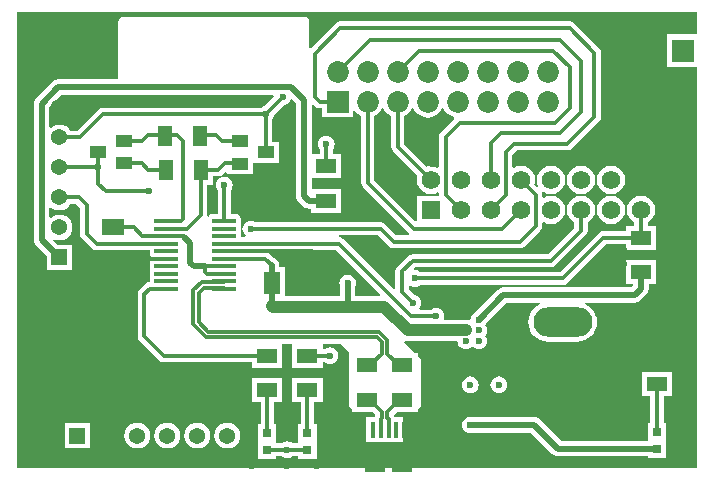
<source format=gtl>
G04*
G04 #@! TF.GenerationSoftware,Altium Limited,Altium Designer,20.1.12 (249)*
G04*
G04 Layer_Physical_Order=1*
G04 Layer_Color=255*
%FSLAX44Y44*%
%MOMM*%
G71*
G04*
G04 #@! TF.SameCoordinates,2C1882C9-CBDB-4859-8E7C-5A4850A28F2A*
G04*
G04*
G04 #@! TF.FilePolarity,Positive*
G04*
G01*
G75*
%ADD16R,1.4000X1.0000*%
%ADD17R,1.2300X1.7700*%
G04:AMPARAMS|DCode=18|XSize=1.97mm|YSize=0.41mm|CornerRadius=0.0205mm|HoleSize=0mm|Usage=FLASHONLY|Rotation=180.000|XOffset=0mm|YOffset=0mm|HoleType=Round|Shape=RoundedRectangle|*
%AMROUNDEDRECTD18*
21,1,1.9700,0.3690,0,0,180.0*
21,1,1.9290,0.4100,0,0,180.0*
1,1,0.0410,-0.9645,0.1845*
1,1,0.0410,0.9645,0.1845*
1,1,0.0410,0.9645,-0.1845*
1,1,0.0410,-0.9645,-0.1845*
%
%ADD18ROUNDEDRECTD18*%
%ADD19R,1.3700X1.9100*%
%ADD20R,1.9100X1.3700*%
%ADD21R,1.7700X1.2300*%
%ADD22R,0.4000X1.3500*%
%ADD23R,1.6000X1.4000*%
%ADD24R,2.3000X1.3000*%
%ADD25R,1.8000X1.9000*%
%ADD26R,0.7620X0.7620*%
%ADD51C,0.6000*%
%ADD52C,0.5000*%
%ADD53C,0.3000*%
%ADD54C,1.0000*%
%ADD55R,1.5700X1.5700*%
%ADD56C,1.5700*%
%ADD57C,1.3700*%
%ADD58R,1.3700X1.3700*%
%ADD59R,1.3700X1.3700*%
%ADD60O,2.2500X4.5000*%
%ADD61O,4.5000X2.2500*%
%ADD62O,5.0000X2.5000*%
%ADD63R,1.9500X1.9500*%
%ADD64C,1.9500*%
%ADD65C,1.8500*%
%ADD66R,1.8500X1.8500*%
G36*
X589879Y400879D02*
Y381750D01*
X564250D01*
Y354250D01*
X589879D01*
Y14121D01*
X14121D01*
X14121Y400879D01*
X589879Y400879D01*
D02*
G37*
%LPC*%
G36*
X517000Y270352D02*
X513907Y269945D01*
X511024Y268751D01*
X508549Y266852D01*
X506649Y264376D01*
X505455Y261493D01*
X505048Y258400D01*
X505455Y255306D01*
X506649Y252424D01*
X508549Y249949D01*
X511024Y248049D01*
X513907Y246855D01*
X517000Y246448D01*
X520093Y246855D01*
X522976Y248049D01*
X525452Y249949D01*
X527351Y252424D01*
X528545Y255306D01*
X528952Y258400D01*
X528545Y261493D01*
X527351Y264376D01*
X525452Y266852D01*
X522976Y268751D01*
X520093Y269945D01*
X517000Y270352D01*
D02*
G37*
G36*
X491600D02*
X488507Y269945D01*
X485624Y268751D01*
X483148Y266852D01*
X481249Y264376D01*
X480055Y261493D01*
X479648Y258400D01*
X480055Y255306D01*
X481249Y252424D01*
X483148Y249949D01*
X485624Y248049D01*
X488507Y246855D01*
X491600Y246448D01*
X494693Y246855D01*
X497576Y248049D01*
X500051Y249949D01*
X501951Y252424D01*
X503145Y255306D01*
X503552Y258400D01*
X503145Y261493D01*
X501951Y264376D01*
X500051Y266852D01*
X497576Y268751D01*
X494693Y269945D01*
X491600Y270352D01*
D02*
G37*
G36*
X257580Y396358D02*
X103910D01*
X102349Y396048D01*
X101026Y395164D01*
X100142Y393841D01*
X99832Y392280D01*
Y344026D01*
X99446Y343556D01*
X49000D01*
X47303Y343333D01*
X45722Y342678D01*
X44364Y341636D01*
X30364Y327636D01*
X29322Y326278D01*
X28667Y324697D01*
X28444Y323000D01*
Y207800D01*
X28667Y206103D01*
X29322Y204522D01*
X30364Y203164D01*
X39150Y194378D01*
Y181950D01*
X60850D01*
Y203650D01*
X48422D01*
X44862Y207210D01*
X45581Y208286D01*
X47168Y207629D01*
X50000Y207256D01*
X52832Y207629D01*
X55472Y208722D01*
X57738Y210462D01*
X59477Y212728D01*
X60571Y215368D01*
X60944Y218200D01*
X60571Y221032D01*
X59477Y223672D01*
X57738Y225938D01*
X55472Y227677D01*
X52832Y228771D01*
X50000Y229144D01*
X47168Y228771D01*
X44528Y227677D01*
X42826Y226371D01*
X41556Y226998D01*
Y234802D01*
X42826Y235429D01*
X44528Y234123D01*
X47168Y233029D01*
X50000Y232656D01*
X52832Y233029D01*
X55472Y234123D01*
X57738Y235862D01*
X59373Y237992D01*
X64077D01*
X67392Y234677D01*
Y213000D01*
X67819Y210854D01*
X69035Y209035D01*
X77510Y200560D01*
X79329Y199344D01*
X81475Y198917D01*
X126368D01*
Y196330D01*
X126694Y194689D01*
X127623Y193298D01*
X128776Y192528D01*
X128889Y191934D01*
Y191716D01*
X128776Y191122D01*
X127623Y190352D01*
X126694Y188961D01*
X126368Y187320D01*
Y183630D01*
X126632Y182300D01*
X126368Y180970D01*
Y177280D01*
X126632Y175950D01*
X126368Y174620D01*
Y172021D01*
X124279Y171606D01*
X122460Y170390D01*
X118035Y165965D01*
X116819Y164146D01*
X116392Y162000D01*
Y126000D01*
X116819Y123854D01*
X118035Y122035D01*
X134375Y105695D01*
X136194Y104479D01*
X138340Y104052D01*
X213150D01*
Y99510D01*
X238850D01*
X238850Y119810D01*
X240086Y119892D01*
X245914D01*
X247150Y119810D01*
X247150Y118622D01*
Y99510D01*
X272850D01*
Y104052D01*
X274809D01*
X275470Y103546D01*
X277173Y102840D01*
X279000Y102600D01*
X280827Y102840D01*
X282530Y103546D01*
X283992Y104668D01*
X285114Y106130D01*
X285820Y107833D01*
X286060Y109660D01*
X285820Y111487D01*
X285114Y113190D01*
X283992Y114652D01*
X282530Y115774D01*
X280827Y116480D01*
X279000Y116720D01*
X277173Y116480D01*
X275470Y115774D01*
X274809Y115268D01*
X272850D01*
X272850Y119810D01*
X274086Y119892D01*
X288108D01*
X295000Y113000D01*
Y67000D01*
X297590Y64410D01*
Y61900D01*
X315359D01*
X317582Y59677D01*
Y58608D01*
X317009Y57750D01*
X317007Y57740D01*
X309690D01*
Y36240D01*
X341190D01*
Y57740D01*
X333873D01*
X333871Y57750D01*
X333298Y58608D01*
Y59677D01*
X335521Y61900D01*
X353290D01*
Y64290D01*
X356000Y67000D01*
X356000Y107000D01*
X353290Y109710D01*
Y111520D01*
X351480D01*
X341784Y121216D01*
X342503Y122293D01*
X342651Y122232D01*
X345000Y121922D01*
X345000Y121922D01*
X386950D01*
X387180Y120173D01*
X387886Y118470D01*
X389008Y117008D01*
X390470Y115885D01*
X392173Y115180D01*
X394000Y114940D01*
X395827Y115180D01*
X397530Y115885D01*
X398992Y117008D01*
X400008D01*
X401470Y115885D01*
X403173Y115180D01*
X405000Y114940D01*
X406827Y115180D01*
X408530Y115885D01*
X409992Y117008D01*
X411115Y118470D01*
X411820Y120173D01*
X412060Y122000D01*
X411820Y123827D01*
X411115Y125530D01*
X410370Y126500D01*
X411115Y127470D01*
X411820Y129173D01*
X412060Y131000D01*
X411820Y132827D01*
X411115Y134530D01*
X410370Y135500D01*
X411115Y136470D01*
X411378Y137107D01*
X428716Y154444D01*
X456619D01*
X456886Y153174D01*
X454289Y151786D01*
X451776Y149724D01*
X449714Y147211D01*
X448182Y144345D01*
X447239Y141235D01*
X446920Y138000D01*
X447239Y134765D01*
X448182Y131655D01*
X449714Y128789D01*
X451776Y126276D01*
X454289Y124214D01*
X457155Y122682D01*
X460265Y121739D01*
X463500Y121420D01*
X488500D01*
X491735Y121739D01*
X494845Y122682D01*
X497711Y124214D01*
X500224Y126276D01*
X502286Y128789D01*
X503818Y131655D01*
X504761Y134765D01*
X505080Y138000D01*
X504761Y141235D01*
X503818Y144345D01*
X502286Y147211D01*
X500224Y149724D01*
X497711Y151786D01*
X495114Y153174D01*
X495381Y154444D01*
X537000D01*
X538697Y154667D01*
X540278Y155322D01*
X541636Y156364D01*
X547036Y161764D01*
X548078Y163122D01*
X548733Y164703D01*
X548956Y166400D01*
Y170199D01*
X555250D01*
Y190499D01*
X529550D01*
Y170199D01*
X535393D01*
X535657Y168929D01*
X534284Y167556D01*
X426000D01*
X424303Y167333D01*
X422722Y166678D01*
X421364Y165636D01*
X402107Y146378D01*
X401470Y146115D01*
X400008Y144992D01*
X398885Y143530D01*
X398180Y141827D01*
X398000Y140459D01*
X396842Y139565D01*
X396349Y139768D01*
X394000Y140078D01*
X376509D01*
X376025Y140803D01*
X375843Y141348D01*
X376060Y143000D01*
X375820Y144827D01*
X375115Y146530D01*
X373992Y147992D01*
X372530Y149115D01*
X370827Y149820D01*
X369000Y150060D01*
X367173Y149820D01*
X365470Y149115D01*
X364809Y148608D01*
X355357D01*
X354731Y149878D01*
X355418Y150773D01*
X356123Y152476D01*
X356364Y154303D01*
X356123Y156131D01*
X355418Y157833D01*
X354296Y159296D01*
X352834Y160418D01*
X351131Y161123D01*
X350305Y161232D01*
X345608Y165929D01*
Y168713D01*
X346878Y169340D01*
X347470Y168885D01*
X349173Y168180D01*
X351000Y167940D01*
X352827Y168180D01*
X354530Y168885D01*
X355191Y169392D01*
X476000D01*
X478146Y169819D01*
X479965Y171035D01*
X512992Y204061D01*
X529550D01*
Y199519D01*
X555250D01*
Y219819D01*
X548008D01*
Y222496D01*
X548376Y222649D01*
X550852Y224548D01*
X552751Y227024D01*
X553945Y229907D01*
X554352Y233000D01*
X553945Y236094D01*
X552751Y238976D01*
X550852Y241451D01*
X548376Y243351D01*
X545494Y244545D01*
X542400Y244952D01*
X539306Y244545D01*
X536424Y243351D01*
X533949Y241451D01*
X532049Y238976D01*
X530855Y236094D01*
X530448Y233000D01*
X530855Y229907D01*
X532049Y227024D01*
X533949Y224548D01*
X536424Y222649D01*
X536792Y222496D01*
Y219819D01*
X529550D01*
Y215277D01*
X510669D01*
X508523Y214850D01*
X506704Y213634D01*
X473677Y180608D01*
X355191D01*
X354530Y181115D01*
X352827Y181820D01*
X351000Y182060D01*
X350755Y182028D01*
X350162Y183231D01*
X351323Y184392D01*
X466000D01*
X468146Y184819D01*
X469965Y186035D01*
X495565Y211635D01*
X496781Y213454D01*
X497208Y215600D01*
Y222496D01*
X497576Y222649D01*
X500051Y224548D01*
X501951Y227024D01*
X503145Y229907D01*
X503552Y233000D01*
X503145Y236094D01*
X501951Y238976D01*
X500051Y241451D01*
X497576Y243351D01*
X494693Y244545D01*
X491600Y244952D01*
X488507Y244545D01*
X485624Y243351D01*
X483148Y241451D01*
X481249Y238976D01*
X480055Y236094D01*
X479648Y233000D01*
X480055Y229907D01*
X481249Y227024D01*
X483148Y224548D01*
X485624Y222649D01*
X485992Y222496D01*
Y217923D01*
X463677Y195608D01*
X349000D01*
X346854Y195181D01*
X345035Y193965D01*
X336035Y184965D01*
X334819Y183146D01*
X334392Y181000D01*
Y166198D01*
X333219Y165712D01*
X290440Y208490D01*
X288621Y209706D01*
X286475Y210133D01*
X286500Y211392D01*
X319677D01*
X329035Y202035D01*
X330854Y200819D01*
X333000Y200392D01*
X439706D01*
X441852Y200819D01*
X443671Y202035D01*
X457122Y215485D01*
X458337Y217305D01*
X458764Y219451D01*
Y222333D01*
X459903Y222895D01*
X460224Y222649D01*
X463106Y221455D01*
X466200Y221048D01*
X469294Y221455D01*
X472176Y222649D01*
X474651Y224548D01*
X476551Y227024D01*
X477745Y229907D01*
X478152Y233000D01*
X477745Y236094D01*
X476551Y238976D01*
X474651Y241451D01*
X472176Y243351D01*
X469294Y244545D01*
X466200Y244952D01*
X463106Y244545D01*
X460224Y243351D01*
X459903Y243105D01*
X458764Y243667D01*
Y246043D01*
X458406Y247843D01*
X459436Y248646D01*
X459442Y248649D01*
X460224Y248049D01*
X463106Y246855D01*
X466200Y246448D01*
X469294Y246855D01*
X472176Y248049D01*
X474651Y249949D01*
X476551Y252424D01*
X477745Y255306D01*
X478152Y258400D01*
X477745Y261493D01*
X476551Y264376D01*
X474651Y266852D01*
X472176Y268751D01*
X469294Y269945D01*
X466200Y270352D01*
X463106Y269945D01*
X460224Y268751D01*
X457748Y266852D01*
X455849Y264376D01*
X454655Y261493D01*
X454248Y258400D01*
X454655Y255306D01*
X455387Y253540D01*
X454310Y252820D01*
X452192Y254938D01*
X452345Y255306D01*
X452752Y258400D01*
X452345Y261493D01*
X451151Y264376D01*
X449252Y266852D01*
X446776Y268751D01*
X443894Y269945D01*
X440800Y270352D01*
X437706Y269945D01*
X434824Y268751D01*
X434747Y268692D01*
X433608Y269254D01*
Y279677D01*
X437323Y283392D01*
X480000D01*
X482146Y283819D01*
X483965Y285035D01*
X506965Y308035D01*
X508181Y309854D01*
X508608Y312000D01*
Y366000D01*
X508181Y368146D01*
X506965Y369965D01*
X485965Y390965D01*
X484146Y392181D01*
X482000Y392608D01*
X288000D01*
X285854Y392181D01*
X284035Y390965D01*
X262928Y369859D01*
X261658Y370385D01*
Y392280D01*
X261348Y393841D01*
X260464Y395164D01*
X259141Y396048D01*
X257580Y396358D01*
D02*
G37*
G36*
X517000Y244952D02*
X513907Y244545D01*
X511024Y243351D01*
X508549Y241451D01*
X506649Y238976D01*
X505455Y236094D01*
X505048Y233000D01*
X505455Y229907D01*
X506649Y227024D01*
X508549Y224548D01*
X511024Y222649D01*
X513907Y221455D01*
X517000Y221048D01*
X520093Y221455D01*
X522976Y222649D01*
X525452Y224548D01*
X527351Y227024D01*
X528545Y229907D01*
X528952Y233000D01*
X528545Y236094D01*
X527351Y238976D01*
X525452Y241451D01*
X522976Y243351D01*
X520093Y244545D01*
X517000Y244952D01*
D02*
G37*
G36*
X422000Y92060D02*
X420173Y91820D01*
X418470Y91115D01*
X417007Y89993D01*
X415886Y88530D01*
X415180Y86827D01*
X414940Y85000D01*
X415180Y83173D01*
X415886Y81470D01*
X417007Y80008D01*
X418470Y78885D01*
X420173Y78180D01*
X422000Y77940D01*
X423827Y78180D01*
X425530Y78885D01*
X426992Y80008D01*
X428115Y81470D01*
X428820Y83173D01*
X429060Y85000D01*
X428820Y86827D01*
X428115Y88530D01*
X426992Y89993D01*
X425530Y91115D01*
X423827Y91820D01*
X422000Y92060D01*
D02*
G37*
G36*
X398000D02*
X396173Y91820D01*
X394470Y91115D01*
X393008Y89993D01*
X391885Y88530D01*
X391180Y86827D01*
X390940Y85000D01*
X391180Y83173D01*
X391885Y81470D01*
X393008Y80008D01*
X394470Y78885D01*
X396173Y78180D01*
X398000Y77940D01*
X399827Y78180D01*
X401530Y78885D01*
X402992Y80008D01*
X404114Y81470D01*
X404820Y83173D01*
X405060Y85000D01*
X404820Y86827D01*
X404114Y88530D01*
X402992Y89993D01*
X401530Y91115D01*
X399827Y91820D01*
X398000Y92060D01*
D02*
G37*
G36*
X568850Y96150D02*
X543150D01*
Y75850D01*
X550392D01*
Y52795D01*
X548190D01*
Y37571D01*
X474701D01*
X456636Y55636D01*
X455278Y56678D01*
X453697Y57333D01*
X452000Y57556D01*
X424464D01*
X423827Y57820D01*
X422000Y58060D01*
X420173Y57820D01*
X419536Y57556D01*
X400464D01*
X399827Y57820D01*
X398000Y58060D01*
X396173Y57820D01*
X394470Y57115D01*
X393008Y55992D01*
X391885Y54530D01*
X391180Y52827D01*
X390940Y51000D01*
X391180Y49173D01*
X391885Y47470D01*
X393008Y46008D01*
X394470Y44886D01*
X396173Y44180D01*
X398000Y43940D01*
X399827Y44180D01*
X400464Y44444D01*
X419536D01*
X420173Y44180D01*
X422000Y43940D01*
X423827Y44180D01*
X424464Y44444D01*
X449284D01*
X467349Y26379D01*
X468707Y25337D01*
X470288Y24682D01*
X471985Y24459D01*
X548190D01*
Y23205D01*
X563810D01*
Y37175D01*
Y52795D01*
X561608D01*
Y75850D01*
X568850D01*
Y96150D01*
D02*
G37*
G36*
X272850Y90490D02*
X247150D01*
Y70190D01*
X254392D01*
Y51810D01*
X252190D01*
Y35638D01*
X247191D01*
X246530Y36144D01*
X244827Y36850D01*
X243000Y37090D01*
X241173Y36850D01*
X239470Y36144D01*
X238809Y35638D01*
X233810D01*
Y51810D01*
X231608D01*
Y70190D01*
X238850D01*
Y90490D01*
X213150D01*
Y70190D01*
X220392D01*
Y51810D01*
X218190D01*
Y36190D01*
Y22220D01*
X233810D01*
Y24422D01*
X238809D01*
X239470Y23916D01*
X241173Y23210D01*
X243000Y22970D01*
X244827Y23210D01*
X246530Y23916D01*
X247191Y24422D01*
X252190D01*
Y22220D01*
X267810D01*
Y36190D01*
Y51810D01*
X265608D01*
Y70190D01*
X272850D01*
Y90490D01*
D02*
G37*
G36*
X76050Y52850D02*
X54350D01*
Y31150D01*
X76050D01*
Y52850D01*
D02*
G37*
G36*
X192200Y52944D02*
X189368Y52571D01*
X186728Y51477D01*
X184462Y49738D01*
X182722Y47472D01*
X181629Y44832D01*
X181256Y42000D01*
X181629Y39168D01*
X182722Y36528D01*
X184462Y34262D01*
X186728Y32522D01*
X189368Y31429D01*
X192200Y31056D01*
X195032Y31429D01*
X197672Y32522D01*
X199938Y34262D01*
X201677Y36528D01*
X202771Y39168D01*
X203144Y42000D01*
X202771Y44832D01*
X201677Y47472D01*
X199938Y49738D01*
X197672Y51477D01*
X195032Y52571D01*
X192200Y52944D01*
D02*
G37*
G36*
X166800D02*
X163968Y52571D01*
X161328Y51477D01*
X159062Y49738D01*
X157323Y47472D01*
X156229Y44832D01*
X155856Y42000D01*
X156229Y39168D01*
X157323Y36528D01*
X159062Y34262D01*
X161328Y32522D01*
X163968Y31429D01*
X166800Y31056D01*
X169632Y31429D01*
X172272Y32522D01*
X174538Y34262D01*
X176277Y36528D01*
X177371Y39168D01*
X177744Y42000D01*
X177371Y44832D01*
X176277Y47472D01*
X174538Y49738D01*
X172272Y51477D01*
X169632Y52571D01*
X166800Y52944D01*
D02*
G37*
G36*
X141400D02*
X138568Y52571D01*
X135928Y51477D01*
X133662Y49738D01*
X131923Y47472D01*
X130829Y44832D01*
X130456Y42000D01*
X130829Y39168D01*
X131923Y36528D01*
X133662Y34262D01*
X135928Y32522D01*
X138568Y31429D01*
X141400Y31056D01*
X144232Y31429D01*
X146872Y32522D01*
X149138Y34262D01*
X150877Y36528D01*
X151971Y39168D01*
X152344Y42000D01*
X151971Y44832D01*
X150877Y47472D01*
X149138Y49738D01*
X146872Y51477D01*
X144232Y52571D01*
X141400Y52944D01*
D02*
G37*
G36*
X116000D02*
X113168Y52571D01*
X110528Y51477D01*
X108262Y49738D01*
X106523Y47472D01*
X105429Y44832D01*
X105056Y42000D01*
X105429Y39168D01*
X106523Y36528D01*
X108262Y34262D01*
X110528Y32522D01*
X113168Y31429D01*
X116000Y31056D01*
X118832Y31429D01*
X121472Y32522D01*
X123738Y34262D01*
X125477Y36528D01*
X126571Y39168D01*
X126944Y42000D01*
X126571Y44832D01*
X125477Y47472D01*
X123738Y49738D01*
X121472Y51477D01*
X118832Y52571D01*
X116000Y52944D01*
D02*
G37*
%LPD*%
G36*
X375626Y317918D02*
X377750Y315150D01*
X380518Y313026D01*
X383741Y311691D01*
X383938Y311665D01*
X384394Y310324D01*
X373035Y298965D01*
X371819Y297146D01*
X371392Y295000D01*
Y269594D01*
X370122Y268939D01*
X367693Y269945D01*
X364600Y270352D01*
X361507Y269945D01*
X361138Y269792D01*
X342008Y288923D01*
Y312581D01*
X343082Y313026D01*
X345850Y315150D01*
X347974Y317918D01*
X348465Y319104D01*
X349735D01*
X350226Y317918D01*
X352350Y315150D01*
X355118Y313026D01*
X358341Y311691D01*
X361800Y311236D01*
X365259Y311691D01*
X368482Y313026D01*
X371250Y315150D01*
X373374Y317918D01*
X373865Y319104D01*
X375135D01*
X375626Y317918D01*
D02*
G37*
G36*
X231383Y329174D02*
X223057Y320847D01*
X222849Y320820D01*
X221146Y320115D01*
X220486Y319608D01*
X87000D01*
X84854Y319181D01*
X83035Y317965D01*
X65077Y300008D01*
X59373D01*
X57738Y302138D01*
X55472Y303877D01*
X52832Y304971D01*
X50000Y305344D01*
X47168Y304971D01*
X44528Y303877D01*
X42826Y302571D01*
X41556Y303198D01*
Y320284D01*
X51716Y330444D01*
X230857D01*
X231383Y329174D01*
D02*
G37*
G36*
X250444Y323284D02*
Y245000D01*
X250667Y243303D01*
X251322Y241722D01*
X252364Y240364D01*
X256684Y236044D01*
X258042Y235002D01*
X259623Y234347D01*
X261320Y234124D01*
X263150D01*
Y230530D01*
X288850D01*
Y250830D01*
X263556D01*
Y259850D01*
X288850D01*
Y280150D01*
X281608D01*
Y284739D01*
X282115Y285400D01*
X282820Y287103D01*
X283060Y288930D01*
X282820Y290757D01*
X282115Y292460D01*
X280993Y293922D01*
X279530Y295044D01*
X277827Y295750D01*
X276000Y295990D01*
X274173Y295750D01*
X272470Y295044D01*
X271008Y293922D01*
X269886Y292460D01*
X269180Y290757D01*
X268940Y288930D01*
X269180Y287103D01*
X269886Y285400D01*
X270392Y284739D01*
Y280150D01*
X263556D01*
Y321854D01*
X264729Y322340D01*
X266435Y320635D01*
X268254Y319419D01*
X270400Y318992D01*
X272350D01*
Y311350D01*
X298850D01*
Y316583D01*
X300120Y317014D01*
X301550Y315150D01*
X304318Y313026D01*
X305392Y312581D01*
Y256000D01*
X305819Y253854D01*
X307035Y252035D01*
X346035Y213035D01*
X346270Y212878D01*
X345884Y211608D01*
X335323D01*
X325965Y220965D01*
X324146Y222181D01*
X322000Y222608D01*
X216191D01*
X215530Y223114D01*
X213827Y223820D01*
X212000Y224060D01*
X210173Y223820D01*
X208470Y223114D01*
X207008Y221992D01*
X205886Y220530D01*
X205180Y218827D01*
X204940Y217000D01*
X205180Y215173D01*
X205886Y213470D01*
X207008Y212008D01*
X207796Y211403D01*
X207365Y210133D01*
X203632D01*
Y212720D01*
X203368Y214050D01*
X203632Y215380D01*
Y219070D01*
X203368Y220400D01*
X203632Y221730D01*
Y225420D01*
X203306Y227061D01*
X202377Y228452D01*
X200986Y229381D01*
X199345Y229707D01*
X195308D01*
Y249809D01*
X195814Y250470D01*
X196520Y252173D01*
X196760Y254000D01*
X196520Y255827D01*
X195814Y257530D01*
X194692Y258992D01*
X193230Y260114D01*
X191527Y260820D01*
X189700Y261060D01*
X187873Y260820D01*
X186170Y260114D01*
X184708Y258992D01*
X183585Y257530D01*
X182880Y255827D01*
X182640Y254000D01*
X182880Y252173D01*
X183585Y250470D01*
X184092Y249809D01*
Y229707D01*
X180055D01*
X178414Y229381D01*
X177023Y228452D01*
X176308Y227381D01*
X175112Y227877D01*
X175268Y228660D01*
Y254150D01*
X179810D01*
Y261392D01*
X184678D01*
X186824Y261819D01*
X188643Y263035D01*
X190503Y264894D01*
X191676Y264408D01*
Y263176D01*
X213676D01*
Y271406D01*
X213676Y272676D01*
X235676D01*
Y290676D01*
X230284D01*
Y309809D01*
X230791Y310470D01*
X231496Y312173D01*
X231686Y313615D01*
X240072Y322001D01*
X240897Y322110D01*
X242600Y322816D01*
X244062Y323938D01*
X245184Y325400D01*
X245579Y326353D01*
X247063Y326665D01*
X250444Y323284D01*
D02*
G37*
G36*
X324826Y317918D02*
X326950Y315150D01*
X329718Y313026D01*
X330792Y312581D01*
Y286600D01*
X331219Y284454D01*
X332435Y282635D01*
X353208Y261862D01*
X353055Y261493D01*
X352648Y258400D01*
X353055Y255306D01*
X354249Y252424D01*
X356148Y249949D01*
X358624Y248049D01*
X361507Y246855D01*
X364600Y246448D01*
X367693Y246855D01*
X370122Y247861D01*
X371392Y247206D01*
Y246000D01*
X371426Y245832D01*
X370620Y244850D01*
X352750D01*
Y223977D01*
X351480Y223451D01*
X316608Y258323D01*
Y312581D01*
X317682Y313026D01*
X320450Y315150D01*
X322574Y317918D01*
X323065Y319104D01*
X324335D01*
X324826Y317918D01*
D02*
G37*
G36*
X321819Y161251D02*
X321333Y160078D01*
X300556D01*
Y168536D01*
X300820Y169173D01*
X301060Y171000D01*
X300820Y172827D01*
X300114Y174530D01*
X298992Y175992D01*
X297530Y177115D01*
X295827Y177820D01*
X294000Y178060D01*
X292173Y177820D01*
X290470Y177115D01*
X289008Y175992D01*
X287885Y174530D01*
X287180Y172827D01*
X286940Y171000D01*
X287180Y169173D01*
X287444Y168536D01*
Y160078D01*
X240640D01*
Y184550D01*
X236346D01*
Y186210D01*
X236123Y187907D01*
X235468Y189488D01*
X234426Y190846D01*
X233068Y191888D01*
X231487Y192543D01*
X231373Y192558D01*
X228140Y195790D01*
X226321Y197006D01*
X224175Y197433D01*
X202470D01*
X202001Y198231D01*
X202470Y198917D01*
X284152D01*
X321819Y161251D01*
D02*
G37*
D16*
X202676Y291176D02*
D03*
Y272176D02*
D03*
X224676Y281676D02*
D03*
X83000Y282000D02*
D03*
X105000Y291500D02*
D03*
Y272500D02*
D03*
D17*
X168660Y296000D02*
D03*
X139340D02*
D03*
X140340Y267000D02*
D03*
X169660D02*
D03*
D18*
X189700Y223575D02*
D03*
Y217225D02*
D03*
Y210875D02*
D03*
Y204525D02*
D03*
Y198175D02*
D03*
Y191825D02*
D03*
Y185475D02*
D03*
Y179125D02*
D03*
Y172775D02*
D03*
Y166425D02*
D03*
X140300D02*
D03*
Y172775D02*
D03*
Y179125D02*
D03*
Y185475D02*
D03*
Y191825D02*
D03*
Y198175D02*
D03*
Y204525D02*
D03*
Y210875D02*
D03*
Y217225D02*
D03*
Y223575D02*
D03*
D19*
X258210Y171000D02*
D03*
X229790D02*
D03*
D20*
X95000Y218210D02*
D03*
Y189790D02*
D03*
D21*
X260000Y80340D02*
D03*
Y109660D02*
D03*
X226000D02*
D03*
Y80340D02*
D03*
X340440Y72050D02*
D03*
Y101370D02*
D03*
X310440Y72050D02*
D03*
Y101370D02*
D03*
X542400Y209669D02*
D03*
Y180349D02*
D03*
X556000Y115320D02*
D03*
Y86000D02*
D03*
X276000Y270000D02*
D03*
Y240680D02*
D03*
D22*
X315690Y46990D02*
D03*
X322190D02*
D03*
X328690D02*
D03*
X335190D02*
D03*
X341690D02*
D03*
D23*
X296690Y44740D02*
D03*
X360690D02*
D03*
D24*
X366190Y20240D02*
D03*
X291190D02*
D03*
D25*
X317190D02*
D03*
X340190D02*
D03*
D26*
X226000Y44000D02*
D03*
Y30030D02*
D03*
X260000Y44000D02*
D03*
Y30030D02*
D03*
X556000Y31015D02*
D03*
Y44985D02*
D03*
D51*
X224676Y314000D02*
D03*
X83000Y269000D02*
D03*
X405000Y131000D02*
D03*
X239070Y328930D02*
D03*
X126230Y248930D02*
D03*
X351000Y175000D02*
D03*
X212000Y217000D02*
D03*
X276000Y288930D02*
D03*
X122650Y188930D02*
D03*
X189700Y254000D02*
D03*
X107650Y176420D02*
D03*
X349303Y154303D02*
D03*
X366000Y272000D02*
D03*
X294000Y171000D02*
D03*
X148000Y65000D02*
D03*
X334000Y189000D02*
D03*
X375000Y114000D02*
D03*
X528000Y199000D02*
D03*
Y187000D02*
D03*
X477000Y107000D02*
D03*
X507000Y52000D02*
D03*
X477000D02*
D03*
X296000Y306000D02*
D03*
X362000D02*
D03*
X585000Y101000D02*
D03*
X552000Y286000D02*
D03*
Y313000D02*
D03*
Y339000D02*
D03*
X528000Y286000D02*
D03*
Y313000D02*
D03*
Y339000D02*
D03*
X340000Y245000D02*
D03*
Y266000D02*
D03*
X585000Y128000D02*
D03*
X130000Y65000D02*
D03*
X110000Y60000D02*
D03*
X108000Y155000D02*
D03*
X76000Y98000D02*
D03*
X38000Y155000D02*
D03*
X76210Y119790D02*
D03*
Y154790D02*
D03*
X20000Y255000D02*
D03*
Y290000D02*
D03*
Y325000D02*
D03*
X80000Y360000D02*
D03*
X50000D02*
D03*
X20000D02*
D03*
X80000Y395000D02*
D03*
X50000D02*
D03*
X20000D02*
D03*
X280000Y86000D02*
D03*
X346000Y59000D02*
D03*
X305000D02*
D03*
X363000Y89000D02*
D03*
Y114000D02*
D03*
X288000Y101000D02*
D03*
X213000Y16000D02*
D03*
X243000D02*
D03*
X268000D02*
D03*
X297000Y32000D02*
D03*
X285000D02*
D03*
X383000Y53000D02*
D03*
X372000D02*
D03*
X360000Y32000D02*
D03*
X350000Y35000D02*
D03*
X556000Y128000D02*
D03*
X279000Y109660D02*
D03*
X369000Y143000D02*
D03*
X243000Y30030D02*
D03*
X422000Y51000D02*
D03*
X398000D02*
D03*
X422000Y85000D02*
D03*
X398000D02*
D03*
X394000Y122000D02*
D03*
Y131000D02*
D03*
X405000Y122000D02*
D03*
Y140000D02*
D03*
X242070Y65000D02*
D03*
X276000Y171000D02*
D03*
X76280Y189790D02*
D03*
D52*
X422000Y51000D02*
X452000D01*
X398000D02*
X422000D01*
X246000Y337000D02*
X257000Y326000D01*
X49000Y337000D02*
X246000D01*
X35000Y323000D02*
X49000Y337000D01*
X362000Y275429D02*
Y306000D01*
X365729Y272000D02*
X366000D01*
X365229Y272500D02*
X365729Y272000D01*
X364929Y272500D02*
X365229D01*
X362000Y275429D02*
X364929Y272500D01*
X261320Y240680D02*
X276000D01*
X257000Y245000D02*
X261320Y240680D01*
X257000Y245000D02*
Y326000D01*
X35000Y207800D02*
Y323000D01*
Y207800D02*
X50000Y192800D01*
X229790Y151790D02*
Y171000D01*
Y186210D01*
X537000Y161000D02*
X542400Y166400D01*
Y180349D01*
X426000Y161000D02*
X537000D01*
X405000Y140000D02*
X426000Y161000D01*
X471985Y31015D02*
X556000D01*
X452000Y51000D02*
X471985Y31015D01*
X556000Y115320D02*
Y128000D01*
X76280Y189790D02*
X95000D01*
X76210D02*
X76280D01*
X294000Y151000D02*
Y171000D01*
X163929Y185475D02*
X173104D01*
X155525Y210225D02*
X161000Y204750D01*
Y188404D02*
Y204750D01*
Y188404D02*
X163929Y185475D01*
D53*
X224676Y314536D02*
X239070Y328930D01*
X290000Y59000D02*
X305000D01*
X280000Y69000D02*
Y86000D01*
Y69000D02*
X290000Y59000D01*
X272000Y94000D02*
X280000Y86000D01*
X177000Y94000D02*
X272000D01*
X148000Y65000D02*
X177000Y94000D01*
X266000Y329000D02*
X270400Y324600D01*
X266000Y329000D02*
Y365000D01*
X288000Y387000D01*
X224175Y191825D02*
X229790Y186210D01*
X276000Y171000D02*
Y186000D01*
X189700Y198175D02*
X263825D01*
X276000Y186000D01*
X189700Y204525D02*
X286475D01*
X348000Y143000D01*
X369000D01*
X189700Y191825D02*
X224175D01*
X83000Y269000D02*
Y282000D01*
Y255000D02*
Y269000D01*
X83000D01*
X50000D02*
X83000D01*
X327690Y62000D02*
Y62000D01*
Y56604D02*
Y62000D01*
X243000Y30030D02*
X260000D01*
X226000D02*
X243000D01*
X340000Y163607D02*
Y181000D01*
X349000Y190000D02*
X466000D01*
X340000Y181000D02*
X349000Y190000D01*
X340000Y163607D02*
X349303Y154303D01*
X466000Y190000D02*
X491600Y215600D01*
Y233000D01*
X351000Y175000D02*
X476000D01*
X510669Y209669D02*
X542400D01*
X476000Y175000D02*
X510669Y209669D01*
X542400D02*
Y233000D01*
X276000Y271000D02*
Y288930D01*
X260000Y44000D02*
Y80340D01*
X226000Y44000D02*
Y80340D01*
X260000Y109660D02*
X279000D01*
X258210Y171000D02*
X276000D01*
X138340Y109660D02*
X226000D01*
X122000Y126000D02*
X138340Y109660D01*
X122000Y162000D02*
X126425Y166425D01*
X122000Y126000D02*
Y162000D01*
X126425Y166425D02*
X140300D01*
X174136Y125500D02*
X184257D01*
X163500Y136136D02*
Y164864D01*
X176000Y130000D02*
X320364D01*
X168000Y138000D02*
Y163000D01*
Y138000D02*
X176000Y130000D01*
X163500Y136136D02*
X174136Y125500D01*
X184257D02*
X184257Y125500D01*
X318500D01*
X320364Y130000D02*
X327690Y122674D01*
X318500Y125500D02*
X323190Y120810D01*
X313140Y72050D02*
X323190Y62000D01*
X327690Y62000D02*
X337740Y72050D01*
X313140Y101370D02*
X323190Y111420D01*
X327690Y111420D02*
X337740Y101370D01*
X323190Y111420D02*
Y120810D01*
X327690Y111420D02*
Y122674D01*
X440800Y258400D02*
X453157Y246043D01*
Y219451D02*
Y246043D01*
X439706Y206000D02*
X453157Y219451D01*
X333000Y206000D02*
X439706D01*
X322000Y217000D02*
X333000Y206000D01*
X212000Y217000D02*
X322000D01*
X435000Y289000D02*
X480000D01*
X428000Y245600D02*
Y282000D01*
X435000Y289000D01*
X377000Y295000D02*
X389000Y307000D01*
X470000D01*
X377000Y246000D02*
Y295000D01*
X503000Y312000D02*
Y366000D01*
X480000Y289000D02*
X503000Y312000D01*
X424000Y298000D02*
X474000D01*
X415400Y258400D02*
Y289400D01*
X424000Y298000D01*
X492000Y316000D02*
Y359000D01*
X474000Y298000D02*
X492000Y316000D01*
X470000Y307000D02*
X482000Y319000D01*
Y354000D01*
X415400Y233000D02*
X428000Y245600D01*
X482000Y387000D02*
X503000Y366000D01*
X288000Y387000D02*
X482000D01*
X270400Y324600D02*
X285600D01*
X474000Y377000D02*
X492000Y359000D01*
X285600Y350000D02*
X312600Y377000D01*
X474000D01*
X377000Y246000D02*
X390000Y233000D01*
X468000Y368000D02*
X482000Y354000D01*
X354400Y368000D02*
X468000D01*
X336400Y350000D02*
X354400Y368000D01*
X424800Y217000D02*
X440800Y233000D01*
X350000Y217000D02*
X424800D01*
X311000Y256000D02*
X350000Y217000D01*
X311000Y256000D02*
Y324600D01*
X336400Y286600D02*
Y324600D01*
Y286600D02*
X364600Y258400D01*
X556000Y44985D02*
Y86000D01*
X120125Y210875D02*
X140300D01*
X95000Y218210D02*
X112790D01*
X120125Y210875D01*
X66400Y243600D02*
X73000Y237000D01*
Y213000D02*
X81475Y204525D01*
X73000Y213000D02*
Y237000D01*
X89070Y248930D02*
X126230D01*
X125950Y191825D02*
X140300D01*
X123055Y188930D02*
X125950Y191825D01*
X122650Y188930D02*
X123055D01*
X50000Y243600D02*
X66400D01*
X81475Y204525D02*
X140300D01*
X83000Y255000D02*
X89070Y248930D01*
X189700Y223575D02*
Y254000D01*
X140300Y223575D02*
X153243D01*
X155000Y225332D01*
Y291000D01*
X50000Y294400D02*
X67400D01*
X87000Y314000D01*
X224676D01*
Y281676D02*
Y314536D01*
X169660Y228660D02*
Y267000D01*
X140300Y210875D02*
X154225D01*
X154875Y210225D01*
X140300Y217225D02*
X158225D01*
X169660Y228660D01*
X139016Y296324D02*
X149676D01*
X155000Y291000D01*
X184678Y267000D02*
X190178Y272500D01*
X169660Y267000D02*
X184678D01*
X190178Y272500D02*
X205000D01*
X105000D02*
X119822D01*
X125322Y267000D02*
X140340D01*
X119822Y272500D02*
X125322Y267000D01*
X182651Y296324D02*
X187798Y291176D01*
X168984Y296324D02*
X182651D01*
X187798Y291176D02*
X202676D01*
X105000Y291500D02*
X119878D01*
X125026Y296647D02*
X138693D01*
X119878Y291500D02*
X125026Y296647D01*
X138693D02*
X139340Y296000D01*
X173104Y180896D02*
X174875Y179125D01*
X189700D01*
X173104Y180896D02*
Y185475D01*
X189700D01*
X189150Y166975D02*
X189700Y166425D01*
X180250Y166975D02*
X189150D01*
X179875Y167350D02*
X180250Y166975D01*
X172350Y167350D02*
X179875D01*
X189150Y172225D02*
X189700Y172775D01*
X180250Y172225D02*
X189150D01*
X179875Y171850D02*
X180250Y172225D01*
X170486Y171850D02*
X179875D01*
X168000Y163000D02*
X172350Y167350D01*
X163500Y164864D02*
X170486Y171850D01*
X327690Y56604D02*
X328690Y55604D01*
X322190Y46990D02*
Y55604D01*
X328690Y46990D02*
Y55604D01*
X323190Y56604D02*
Y62000D01*
X322190Y55604D02*
X323190Y56604D01*
D54*
X294000Y151000D02*
X325000D01*
X345000Y131000D01*
X394000D01*
X229790Y151790D02*
X230580Y151000D01*
X294000D01*
D55*
X364600Y233000D02*
D03*
D56*
Y258400D02*
D03*
X390000Y233000D02*
D03*
Y258400D02*
D03*
X415400Y233000D02*
D03*
Y258400D02*
D03*
X440800Y233000D02*
D03*
Y258400D02*
D03*
X466200Y233000D02*
D03*
Y258400D02*
D03*
X491600Y233000D02*
D03*
Y258400D02*
D03*
X517000Y233000D02*
D03*
Y258400D02*
D03*
X542400Y233000D02*
D03*
Y258400D02*
D03*
D57*
X50000Y319800D02*
D03*
Y294400D02*
D03*
Y269000D02*
D03*
Y243600D02*
D03*
Y218200D02*
D03*
X192200Y42000D02*
D03*
X166800D02*
D03*
X141400D02*
D03*
X116000D02*
D03*
X90600D02*
D03*
D58*
X50000Y192800D02*
D03*
D59*
X65200Y42000D02*
D03*
D60*
X523000Y108000D02*
D03*
D61*
X476000Y78000D02*
D03*
D62*
Y138000D02*
D03*
D63*
X578000Y368000D02*
D03*
D64*
X528000D02*
D03*
D65*
X463400Y350000D02*
D03*
Y324600D02*
D03*
X438000Y350000D02*
D03*
Y324600D02*
D03*
X412600Y350000D02*
D03*
Y324600D02*
D03*
X387200Y350000D02*
D03*
Y324600D02*
D03*
X361800Y350000D02*
D03*
Y324600D02*
D03*
X336400Y350000D02*
D03*
Y324600D02*
D03*
X311000Y350000D02*
D03*
Y324600D02*
D03*
X285600Y350000D02*
D03*
D66*
Y324600D02*
D03*
M02*

</source>
